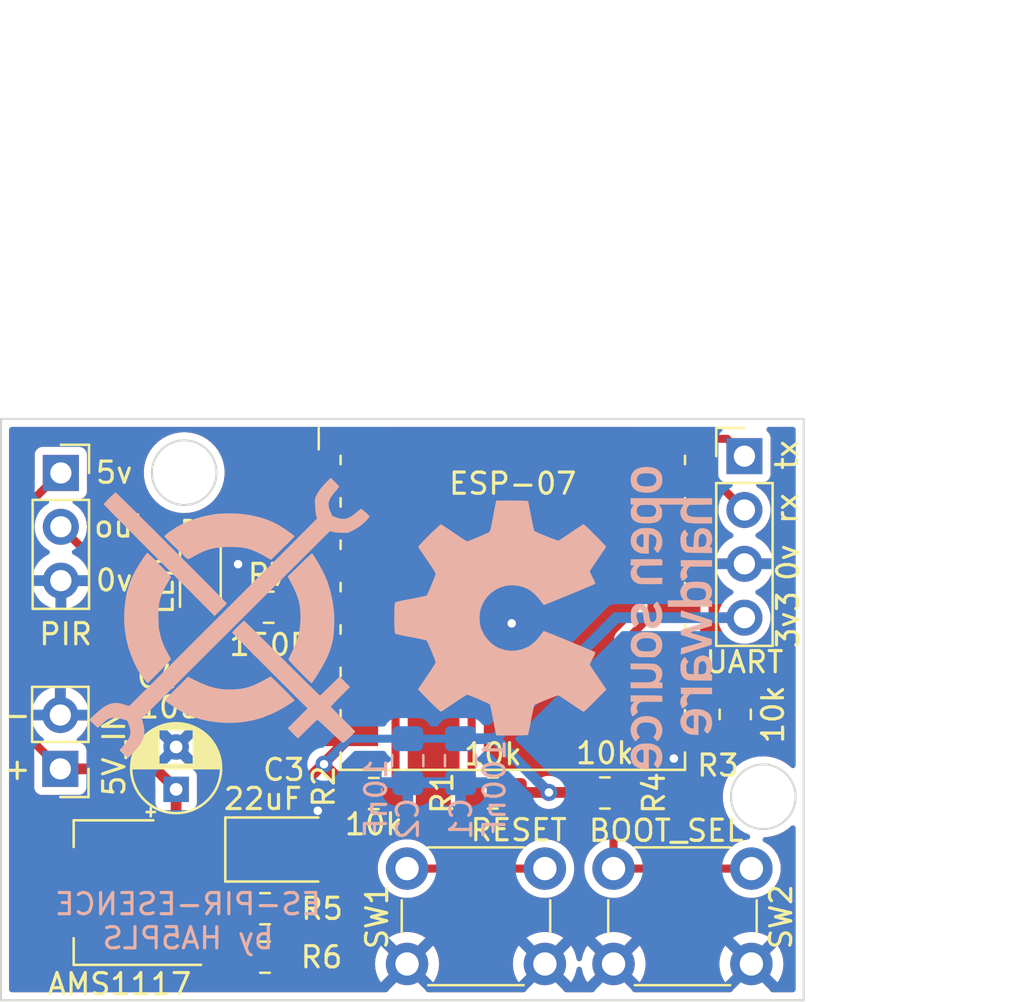
<source format=kicad_pcb>
(kicad_pcb (version 20211014) (generator pcbnew)
  (layers (0 "F.Cu" signal) (31 "B.Cu" signal) (34 "B.Paste" user) (35 "F.Paste" user) (36 "B.SilkS" user "B.Silkscreen") (37 "F.SilkS" user "F.Silkscreen") (38 "B.Mask" user) (39 "F.Mask" user) (44 "Edge.Cuts" user))
  (net 0 "")
  (net 1 "+3V3")
  (net 2 "GND")
  (net 3 "+5V")
  (net 4 "RX")
  (net 5 "TX")
  (net 6 "SENS_OUT")
  (net 7 "{slash}RST")
  (net 8 "Net-(R2-Pad2)")
  (net 9 "Net-(R3-Pad1)")
  (net 10 "BOOT")
  (net 11 "Net-(R5-Pad2)")
  (net 18 "LED")
  (net 19 "Net-(D1-Pad2)")
  (footprint "Resistor_SMD:R_0805_2012Metric_Pad1.20x1.40mm_HandSolder" (layer "F.Cu") (at 66.8274 59.309)
    (fp_text reference "R4" (at 2.3114 0 90) (layer "F.SilkS"))
    (fp_text value "10k" (at 0 -1.8796) (layer "F.SilkS"))
    (pad "1" smd roundrect (at -1 0) (size 1.2 1.4) (layers "F.Cu" "F.Paste" "F.Mask") (roundrect_rratio 0.2083333333) (net 1 "+3V3"))
    (pad "2" smd roundrect (at 1 0) (size 1.2 1.4) (layers "F.Cu" "F.Paste" "F.Mask") (roundrect_rratio 0.2083333333) (net 10 "BOOT"))
  )
  (footprint "Resistor_SMD:R_0805_2012Metric_Pad1.20x1.40mm_HandSolder" (layer "F.Cu") (at 50.8 64.77 180)
    (fp_text reference "R5" (at -2.6924 0) (layer "F.SilkS"))
    (fp_text value "?" hide)
    (pad "1" smd roundrect (at -1 0 180) (size 1.2 1.4) (layers "F.Cu" "F.Paste" "F.Mask") (roundrect_rratio 0.2083333333) (net 1 "+3V3"))
    (pad "2" smd roundrect (at 1 0 180) (size 1.2 1.4) (layers "F.Cu" "F.Paste" "F.Mask") (roundrect_rratio 0.2083333333) (net 11 "Net-(R5-Pad2)"))
  )
  (footprint "Resistor_SMD:R_0805_2012Metric_Pad1.20x1.40mm_HandSolder" (layer "F.Cu") (at 61.5442 59.309 180)
    (fp_text reference "R1" (at 2.3876 0 90) (layer "F.SilkS"))
    (fp_text value "10k" (at 0 1.8288) (layer "F.SilkS"))
    (pad "1" smd roundrect (at -1 0 180) (size 1.2 1.4) (layers "F.Cu" "F.Paste" "F.Mask") (roundrect_rratio 0.2083333333) (net 1 "+3V3"))
    (pad "2" smd roundrect (at 1 0 180) (size 1.2 1.4) (layers "F.Cu" "F.Paste" "F.Mask") (roundrect_rratio 0.2083333333) (net 7 "{slash}RST"))
  )
  (footprint "Capacitor_THT:CP_Radial_D4.0mm_P2.00mm" (layer "F.Cu") (at 46.609 59.1386 90)
    (fp_text reference "C4" (at 5.2906 -0.8636) (layer "F.SilkS"))
    (fp_text value "10uF" (at 3.8682 0.0762) (layer "F.SilkS"))
    (pad "1" thru_hole rect (at 0 0 90) (size 1.2 1.2) (drill 0.6) (layers *.Cu *.Mask) (net 3 "+5V"))
    (pad "2" thru_hole circle (at 2 0 90) (size 1.2 1.2) (drill 0.6) (layers *.Cu *.Mask) (net 2 "GND"))
  )
  (footprint "Connector_PinHeader_2.54mm:PinHeader_1x04_P2.54mm_Vertical" (layer "F.Cu") (at 73.406 43.4186)
    (fp_text reference "J1" hide)
    (fp_text value "UART" (at 0 9.7182) (layer "F.SilkS"))
    (pad "1" thru_hole rect (at 0 0) (size 1.7 1.7) (drill 1) (layers *.Cu *.Mask) (net 5 "TX"))
    (pad "2" thru_hole oval (at 0 2.54) (size 1.7 1.7) (drill 1) (layers *.Cu *.Mask) (net 4 "RX"))
    (pad "3" thru_hole oval (at 0 5.08) (size 1.7 1.7) (drill 1) (layers *.Cu *.Mask) (net 2 "GND"))
    (pad "4" thru_hole oval (at 0 7.62) (size 1.7 1.7) (drill 1) (layers *.Cu *.Mask) (net 1 "+3V3"))
  )
  (footprint "LED_SMD:LED_0805_2012Metric_Pad1.15x1.40mm_HandSolder" (layer "F.Cu") (at 47.752 49.53 -90)
    (fp_text reference "D1" (at -2.54 0) (layer "F.SilkS"))
    (fp_text value "LED" (at 0 1.778 90) (layer "F.SilkS"))
    (pad "1" smd roundrect (at -1.025 0 270) (size 1.15 1.4) (layers "F.Cu" "F.Paste" "F.Mask") (roundrect_rratio 0.2173913043) (net 2 "GND"))
    (pad "2" smd roundrect (at 1.024992 0 270) (size 1.15 1.4) (layers "F.Cu" "F.Paste" "F.Mask") (roundrect_rratio 0.2173913043) (net 19 "Net-(D1-Pad2)"))
  )
  (footprint "RF_Module:ESP-07" (layer "F.Cu") (at 62.484 47.498)
    (fp_text reference "U1" hide)
    (fp_text value "ESP-07" (at 0 -2.785008 180) (layer "F.SilkS"))
    (pad "1" smd rect (at -7.6 -4.9) (size 2.5 1) (layers "F.Cu" "F.Paste" "F.Mask") (net 7 "{slash}RST"))
    (pad "2" smd rect (at -7.6 -2.9) (size 2.5 1) (layers "F.Cu" "F.Paste" "F.Mask"))
    (pad "3" smd rect (at -7.6 -0.9) (size 2.5 1) (layers "F.Cu" "F.Paste" "F.Mask") (net 8 "Net-(R2-Pad2)"))
    (pad "4" smd rect (at -7.6 1.1) (size 2.5 1) (layers "F.Cu" "F.Paste" "F.Mask"))
    (pad "5" smd rect (at -7.6 3.1) (size 2.5 1) (layers "F.Cu" "F.Paste" "F.Mask") (net 18 "LED"))
    (pad "6" smd rect (at -7.6 5.1) (size 2.5 1) (layers "F.Cu" "F.Paste" "F.Mask") (net 6 "SENS_OUT"))
    (pad "7" smd rect (at -7.6 7.1) (size 2.5 1) (layers "F.Cu" "F.Paste" "F.Mask"))
    (pad "8" smd rect (at -7.6 9.1) (size 2.5 1) (layers "F.Cu" "F.Paste" "F.Mask") (net 1 "+3V3"))
    (pad "9" smd rect (at 7.6 9.1) (size 2.5 1) (layers "F.Cu" "F.Paste" "F.Mask") (net 2 "GND"))
    (pad "10" smd rect (at 7.6 7.1) (size 2.5 1) (layers "F.Cu" "F.Paste" "F.Mask") (net 9 "Net-(R3-Pad1)"))
    (pad "11" smd rect (at 7.6 5.1) (size 2.5 1) (layers "F.Cu" "F.Paste" "F.Mask"))
    (pad "12" smd rect (at 7.6 3.1) (size 2.5 1) (layers "F.Cu" "F.Paste" "F.Mask") (net 10 "BOOT"))
    (pad "13" smd rect (at 7.6 1.1) (size 2.5 1) (layers "F.Cu" "F.Paste" "F.Mask"))
    (pad "14" smd rect (at 7.6 -0.9) (size 2.5 1) (layers "F.Cu" "F.Paste" "F.Mask"))
    (pad "15" smd rect (at 7.6 -2.9) (size 2.5 1) (layers "F.Cu" "F.Paste" "F.Mask") (net 4 "RX"))
    (pad "16" smd rect (at 7.6 -4.9) (size 2.5 1) (layers "F.Cu" "F.Paste" "F.Mask") (net 5 "TX"))
    (zone (net 0) (net_name "") (layers *.Cu) (connect_pads (clearance 0)) (min_thickness 0.254)
      (keepout (tracks not_allowed) (vias not_allowed) (pads not_allowed) (copperpour not_allowed) (footprints not_allowed))
      (fill (thermal_gap 0.508) (thermal_bridge_width 0.508))
      (polygon (pts (xy 39.484 41.498) (xy 85.484 41.498) (xy 85.484 21.898) (xy 39.484 21.898)))
    )
  )
  (footprint "Button_Switch_THT:SW_PUSH_6mm" (layer "F.Cu") (at 67.235 62.8756)
    (fp_text reference "SW2" (at 7.8982 2.2754 90) (layer "F.SilkS"))
    (fp_text value "BOOT_SEL" (at 2.488 -1.7886) (layer "F.SilkS"))
    (pad "1" thru_hole circle (at 0 0 90) (size 2 2) (drill 1.1) (layers *.Cu *.Mask) (net 10 "BOOT"))
    (pad "1" thru_hole circle (at 6.5 0 90) (size 2 2) (drill 1.1) (layers *.Cu *.Mask) (net 10 "BOOT"))
    (pad "2" thru_hole circle (at 6.5 4.5 90) (size 2 2) (drill 1.1) (layers *.Cu *.Mask) (net 2 "GND"))
    (pad "2" thru_hole circle (at 0 4.5 90) (size 2 2) (drill 1.1) (layers *.Cu *.Mask) (net 2 "GND"))
  )
  (footprint "Capacitor_Tantalum_SMD:CP_EIA-3528-21_Kemet-B_Pad1.50x2.35mm_HandSolder" (layer "F.Cu") (at 51.562 61.976)
    (fp_text reference "C3" (at 0.127 -3.7592) (layer "F.SilkS"))
    (fp_text value "22uF" (at -0.8636 -2.3876) (layer "F.SilkS"))
    (pad "1" smd roundrect (at -1.625 0) (size 1.5 2.35) (layers "F.Cu" "F.Paste" "F.Mask") (roundrect_rratio 0.1666673333) (net 1 "+3V3"))
    (pad "2" smd roundrect (at 1.625 0) (size 1.5 2.35) (layers "F.Cu" "F.Paste" "F.Mask") (roundrect_rratio 0.1666673333) (net 2 "GND"))
  )
  (footprint "Button_Switch_THT:SW_PUSH_6mm" (layer "F.Cu") (at 57.4978 62.8756)
    (fp_text reference "SW1" (at -1.4146 2.2754 90) (layer "F.SilkS"))
    (fp_text value "RESET" (at 5.2656 -1.814) (layer "F.SilkS"))
    (pad "1" thru_hole circle (at 0 0 90) (size 2 2) (drill 1.1) (layers *.Cu *.Mask) (net 7 "{slash}RST"))
    (pad "1" thru_hole circle (at 6.5 0 90) (size 2 2) (drill 1.1) (layers *.Cu *.Mask) (net 7 "{slash}RST"))
    (pad "2" thru_hole circle (at 6.5 4.5 90) (size 2 2) (drill 1.1) (layers *.Cu *.Mask) (net 2 "GND"))
    (pad "2" thru_hole circle (at 0 4.5 90) (size 2 2) (drill 1.1) (layers *.Cu *.Mask) (net 2 "GND"))
  )
  (footprint "Connector_PinSocket_2.54mm:PinSocket_1x03_P2.54mm_Vertical" (layer "F.Cu") (at 41.173 44.211)
    (fp_text reference "J3" hide)
    (fp_text value "PIR" (at 0.229 7.605 180) (layer "F.SilkS"))
    (pad "1" thru_hole rect (at 0 0) (size 1.7 1.7) (drill 1) (layers *.Cu *.Mask) (net 3 "+5V"))
    (pad "2" thru_hole oval (at 0 2.54) (size 1.7 1.7) (drill 1) (layers *.Cu *.Mask) (net 6 "SENS_OUT"))
    (pad "3" thru_hole oval (at 0 5.08) (size 1.7 1.7) (drill 1) (layers *.Cu *.Mask) (net 2 "GND"))
  )
  (footprint "Resistor_SMD:R_0805_2012Metric_Pad1.20x1.40mm_HandSolder" (layer "F.Cu") (at 72.9742 55.6006 -90)
    (fp_text reference "R3" (at 2.413 0.8128 180) (layer "F.SilkS"))
    (fp_text value "10k" (at 0 -1.778 90) (layer "F.SilkS"))
    (pad "1" smd roundrect (at -1 0 270) (size 1.2 1.4) (layers "F.Cu" "F.Paste" "F.Mask") (roundrect_rratio 0.2083333333) (net 9 "Net-(R3-Pad1)"))
    (pad "2" smd roundrect (at 1 0 270) (size 1.2 1.4) (layers "F.Cu" "F.Paste" "F.Mask") (roundrect_rratio 0.2083333333) (net 2 "GND"))
  )
  (footprint "Resistor_SMD:R_0805_2012Metric_Pad1.20x1.40mm_HandSolder" (layer "F.Cu") (at 55.9308 59.3344)
    (fp_text reference "R2" (at -2.3622 -0.3302 90) (layer "F.SilkS"))
    (fp_text value "10k" (at 0 1.4478) (layer "F.SilkS"))
    (pad "1" smd roundrect (at -1 0) (size 1.2 1.4) (layers "F.Cu" "F.Paste" "F.Mask") (roundrect_rratio 0.2083333333) (net 1 "+3V3"))
    (pad "2" smd roundrect (at 1 0) (size 1.2 1.4) (layers "F.Cu" "F.Paste" "F.Mask") (roundrect_rratio 0.2083333333) (net 8 "Net-(R2-Pad2)"))
  )
  (footprint "Package_TO_SOT_SMD:SOT-223-3_TabPin2" (layer "F.Cu") (at 43.688 64.008 180)
    (fp_text reference "U2" hide)
    (fp_text value "AMS1117" (at -0.254 -4.318) (layer "F.SilkS"))
    (pad "1" smd rect (at -3.15 -2.3 180) (size 2 1.5) (layers "F.Cu" "F.Paste" "F.Mask") (net 11 "Net-(R5-Pad2)"))
    (pad "2" smd rect (at -3.15 0 180) (size 2 1.5) (layers "F.Cu" "F.Paste" "F.Mask") (net 1 "+3V3"))
    (pad "2" smd rect (at 3.15 0 180) (size 2 3.8) (layers "F.Cu" "F.Paste" "F.Mask") (net 1 "+3V3"))
    (pad "3" smd rect (at -3.15 2.3 180) (size 2 1.5) (layers "F.Cu" "F.Paste" "F.Mask") (net 3 "+5V"))
  )
  (footprint "Resistor_SMD:R_0805_2012Metric_Pad1.20x1.40mm_HandSolder" (layer "F.Cu") (at 50.8 67.056)
    (fp_text reference "R6" (at 2.667 0) (layer "F.SilkS"))
    (fp_text value "?" hide)
    (pad "1" smd roundrect (at -1 0) (size 1.2 1.4) (layers "F.Cu" "F.Paste" "F.Mask") (roundrect_rratio 0.2083333333) (net 11 "Net-(R5-Pad2)"))
    (pad "2" smd roundrect (at 1 0) (size 1.2 1.4) (layers "F.Cu" "F.Paste" "F.Mask") (roundrect_rratio 0.2083333333) (net 2 "GND"))
  )
  (footprint "Resistor_SMD:R_0805_2012Metric_Pad1.20x1.40mm_HandSolder" (layer "F.Cu") (at 50.973 50.546 180)
    (fp_text reference "R7" (at 0 1.524) (layer "F.SilkS"))
    (fp_text value "150R" (at -0.081 -1.778) (layer "F.SilkS"))
    (pad "1" smd roundrect (at -1 0 180) (size 1.2 1.4) (layers "F.Cu" "F.Paste" "F.Mask") (roundrect_rratio 0.2083333333) (net 18 "LED"))
    (pad "2" smd roundrect (at 0.999999 0 180) (size 1.2 1.4) (layers "F.Cu" "F.Paste" "F.Mask") (roundrect_rratio 0.2083333333) (net 19 "Net-(D1-Pad2)"))
  )
  (footprint "Connector_PinHeader_2.54mm:PinHeader_1x02_P2.54mm_Vertical" (layer "F.Cu") (at 41.148 58.171 180)
    (fp_text reference "J2" hide)
    (fp_text value "5V_IN" (at -2.54 0.767 90) (layer "F.SilkS"))
    (pad "1" thru_hole rect (at 0 0 180) (size 1.7 1.7) (drill 1) (layers *.Cu *.Mask) (net 3 "+5V"))
    (pad "2" thru_hole oval (at 0 2.54 180) (size 1.7 1.7) (drill 1) (layers *.Cu *.Mask) (net 2 "GND"))
  )
  (footprint "Capacitor_SMD:C_0805_2012Metric_Pad1.18x1.45mm_HandSolder" (layer "B.Cu") (at 60.0202 57.785 -90)
    (fp_text reference "C1" (at 2.7432 -0.0254 90) (layer "B.SilkS") (effects (justify mirror)))
    (fp_text value "100nF" (at 1.3208 -1.6002 90) (layer "B.SilkS") (effects (justify mirror)))
    (pad "1" smd roundrect (at -1.0375 0 270) (size 1.175 1.45) (layers "B.Cu" "B.Paste" "B.Mask") (roundrect_rratio 0.2127659574) (net 1 "+3V3"))
    (pad "2" smd roundrect (at 1.0375 0 270) (size 1.175 1.45) (layers "B.Cu" "B.Paste" "B.Mask") (roundrect_rratio 0.2127659574) (net 2 "GND"))
  )
  (footprint "LOGO" (layer "B.Cu") (at 49.1236 51.054 -90)
    (fp_text reference "G***" hide)
    (fp_text value "LOGO" hide)
  )
  (footprint "LOGO" (layer "B.Cu") (at 64.389 51.054 -90)
    (fp_text reference "G***" hide)
    (fp_text value "LOGO" hide)
  )
  (footprint "Capacitor_SMD:C_0805_2012Metric_Pad1.18x1.45mm_HandSolder" (layer "B.Cu") (at 57.531 57.785 -90)
    (fp_text reference "C2" (at 2.7432 0 90) (layer "B.SilkS") (effects (justify mirror)))
    (fp_text value "10nF" (at 1.7526 1.4986 90) (layer "B.SilkS") (effects (justify mirror)))
    (pad "1" smd roundrect (at -1.0375 0 270) (size 1.175 1.45) (layers "B.Cu" "B.Paste" "B.Mask") (roundrect_rratio 0.2127659574) (net 1 "+3V3"))
    (pad "2" smd roundrect (at 1.0375 0 270) (size 1.175 1.45) (layers "B.Cu" "B.Paste" "B.Mask") (roundrect_rratio 0.2127659574) (net 2 "GND"))
  )
  (gr_circle (center 46.99 44.196) (end 48.514 44.196) (layer "Edge.Cuts") (width 0.1) (fill none))
  (gr_line (start 76.2 69.088) (end 38.354 69.088) (layer "Edge.Cuts") (width 0.1))
  (gr_circle (center 74.295 59.4868) (end 75.819 59.4868) (layer "Edge.Cuts") (width 0.1) (fill none))
  (gr_line (start 38.354 41.656) (end 76.2 41.656) (layer "Edge.Cuts") (width 0.1))
  (gr_line (start 76.2 41.656) (end 76.2 69.088) (layer "Edge.Cuts") (width 0.1))
  (gr_line (start 38.354 69.088) (end 38.354 41.656) (layer "Edge.Cuts") (width 0.1))
  (gr_text "ES-PIR-ESENCE\nby HA5PLS" (at 47.1678 65.3542) (layer "B.SilkS") (effects (font (size 1 1)) (justify mirror)))
  (gr_text "tx" (at 75.4126 43.3578 90) (layer "F.SilkS") (effects (font (size 1 1))))
  (gr_text "rx" (at 75.4126 45.887792 90) (layer "F.SilkS") (effects (font (size 1 1))))
  (gr_text "+" (at 39.116 58.166) (layer "F.SilkS") (effects (font (size 1 1))))
  (gr_text "0v" (at 75.4634 48.4378 90) (layer "F.SilkS") (effects (font (size 1 1))))
  (gr_text "5v" (at 43.688 44.196) (layer "F.SilkS") (effects (font (size 1 1))))
  (gr_text "out" (at 43.942 46.736) (layer "F.SilkS") (effects (font (size 1 1))))
  (gr_text "3v3" (at 75.4634 51.1302 90) (layer "F.SilkS") (effects (font (size 1 1))))
  (gr_text "0v" (at 43.688 49.276) (layer "F.SilkS") (effects (font (size 1 1))))
  (gr_text "-" (at 39.116 55.626) (layer "F.SilkS") (effects (font (size 1 1))))
  (segment (start 64.1858 59.2836) (end 65.8274 59.2836) (width 0.508) (layer "F.Cu") (net 1))
  (segment (start 62.5442 59.2836) (end 64.1858 59.2836) (width 0.508) (layer "F.Cu") (net 1))
  (segment (start 49.937 61.976) (end 47.905 64.008) (width 0.508) (layer "F.Cu") (net 1))
  (segment (start 49.937 61.545) (end 53.5566 57.9254) (width 0.508) (layer "F.Cu") (net 1))
  (segment (start 47.905 64.008) (end 46.838 64.008) (width 0.508) (layer "F.Cu") (net 1))
  (segment (start 54.9402 59.309) (end 53.5813 57.9501) (width 0.508) (layer "F.Cu") (net 1))
  (segment (start 40.537994 64.008) (end 46.838006 64.008) (width 0.762) (layer "F.Cu") (net 1))
  (segment (start 49.937 62.907) (end 51.8 64.77) (width 0.508) (layer "F.Cu") (net 1))
  (segment (start 49.937 61.976) (end 49.937 62.907) (width 0.508) (layer "F.Cu") (net 1))
  (segment (start 53.5813 57.9501) (end 53.556611 57.925411) (width 0.508) (layer "F.Cu") (net 1))
  (segment (start 53.5566 57.9254) (end 54.884 56.598) (width 0.508) (layer "F.Cu") (net 1))
  (segment (start 49.937 61.976) (end 49.937 61.545) (width 0.508) (layer "F.Cu") (net 1))
  (via (at 53.5813 57.9501) (size 0.8) (drill 0.4) (layers "F.Cu" "B.Cu") (net 1))
  (via (at 64.1858 59.2836) (size 0.8) (drill 0.4) (layers "F.Cu" "B.Cu") (net 1))
  (segment (start 57.531 56.7475) (end 60.0202 56.7475) (width 0.381) (layer "B.Cu") (net 1))
  (segment (start 57.531 56.7475) (end 54.7839 56.7475) (width 0.381) (layer "B.Cu") (net 1))
  (segment (start 54.7839 56.7475) (end 53.5813 57.9501) (width 0.381) (layer "B.Cu") (net 1))
  (segment (start 61.649712 56.747512) (end 64.1858 59.2836) (width 0.508) (layer "B.Cu") (net 1))
  (segment (start 67.35859 51.038608) (end 61.649712 56.747512) (width 0.508) (layer "B.Cu") (net 1))
  (segment (start 73.406 51.038608) (end 67.35859 51.038608) (width 0.508) (layer "B.Cu") (net 1))
  (segment (start 60.0202 56.747512) (end 61.649712 56.747512) (width 0.508) (layer "B.Cu") (net 1))
  (via (at 53.2892 60.1472) (size 0.8) (drill 0.4) (layers "F.Cu" "B.Cu") (net 2))
  (via (at 49.53 48.514) (size 0.8) (drill 0.4) (layers "F.Cu" "B.Cu") (net 2))
  (via (at 70.0786 57.6834) (size 0.8) (drill 0.4) (layers "F.Cu" "B.Cu") (net 2))
  (via (at 62.4332 51.308) (size 0.8) (drill 0.4) (layers "F.Cu" "B.Cu") (net 2))
  (segment (start 39.624 56.647004) (end 41.148 58.171004) (width 0.381) (layer "F.Cu") (net 3))
  (segment (start 46.609 59.138591) (end 46.609 61.478998) (width 0.508) (layer "F.Cu") (net 3))
  (segment (start 41.132989 44.211011) (end 39.624 45.72) (width 0.381) (layer "F.Cu") (net 3))
  (segment (start 41.173 44.211) (end 41.133 44.211) (width 0.25) (layer "F.Cu") (net 3))
  (segment (start 46.736 61.606) (end 46.838 61.708) (width 0.508) (layer "F.Cu") (net 3))
  (segment (start 46.609 61.478998) (end 46.838006 61.708005) (width 0.508) (layer "F.Cu") (net 3))
  (segment (start 45.641412 58.171004) (end 46.609 59.138591) (width 0.508) (layer "F.Cu") (net 3))
  (segment (start 39.624 45.72) (end 39.624 56.647004) (width 0.381) (layer "F.Cu") (net 3))
  (segment (start 41.148 58.171004) (end 45.641412 58.171004) (width 0.508) (layer "F.Cu") (net 3))
  (segment (start 70.084 44.598) (end 72.0454 44.598) (width 0.381) (layer "F.Cu") (net 4))
  (segment (start 72.0454 44.598) (end 73.406 45.9586) (width 0.381) (layer "F.Cu") (net 4))
  (segment (start 70.084 42.598) (end 72.5854 42.598) (width 0.381) (layer "F.Cu") (net 5))
  (segment (start 72.5854 42.598) (end 73.406 43.4186) (width 0.381) (layer "F.Cu") (net 5))
  (segment (start 47.019997 52.59799) (end 41.172994 46.751011) (width 0.381) (layer "F.Cu") (net 6))
  (segment (start 54.88399 52.59799) (end 47.019997 52.59799) (width 0.381) (layer "F.Cu") (net 6))
  (segment (start 60.5442 47.5082) (end 60.5442 59.2836) (width 0.381) (layer "F.Cu") (net 7))
  (segment (start 55.634 42.598) (end 60.5442 47.5082) (width 0.381) (layer "F.Cu") (net 7))
  (segment (start 57.4978 62.8756) (end 60.4922 62.8756) (width 0.381) (layer "F.Cu") (net 7))
  (segment (start 60.4922 62.8756) (end 63.9978 62.8756) (width 0.381) (layer "F.Cu") (net 7))
  (segment (start 54.884 42.598) (end 55.634 42.598) (width 0.381) (layer "F.Cu") (net 7))
  (segment (start 60.5442 62.8236) (end 60.4922 62.8756) (width 0.381) (layer "F.Cu") (net 7))
  (segment (start 60.5442 59.2836) (end 60.5442 62.8236) (width 0.381) (layer "F.Cu") (net 7))
  (segment (start 54.884 46.598) (end 55.634 46.598) (width 0.381) (layer "F.Cu") (net 8))
  (segment (start 56.9562 47.9202) (end 56.9562 59.309) (width 0.381) (layer "F.Cu") (net 8))
  (segment (start 55.634 46.598) (end 56.9562 47.9202) (width 0.381) (layer "F.Cu") (net 8))
  (segment (start 70.084 54.598) (end 72.9716 54.598) (width 0.381) (layer "F.Cu") (net 9))
  (segment (start 72.9716 54.598) (end 72.9742 54.6006) (width 0.381) (layer "F.Cu") (net 9))
  (segment (start 67.235 62.8756) (end 73.735 62.8756) (width 0.381) (layer "F.Cu") (net 10))
  (segment (start 67.8274 52.1046) (end 69.334 50.598) (width 0.381) (layer "F.Cu") (net 10))
  (segment (start 67.8274 59.2836) (end 67.8274 52.1046) (width 0.381) (layer "F.Cu") (net 10))
  (segment (start 69.334 50.598) (end 70.084 50.598) (width 0.381) (layer "F.Cu") (net 10))
  (segment (start 67.235 59.876) (end 67.235 62.8756) (width 0.381) (layer "F.Cu") (net 10))
  (segment (start 67.8274 59.2836) (end 67.235 59.876) (width 0.381) (layer "F.Cu") (net 10))
  (segment (start 49.798 66.308) (end 49.8 66.31) (width 0.25) (layer "F.Cu") (net 11))
  (segment (start 49.800002 67.056) (end 49.800002 66.310002) (width 0.508) (layer "F.Cu") (net 11))
  (segment (start 49.800002 66.310002) (end 49.800002 64.77) (width 0.508) (layer "F.Cu") (net 11))
  (segment (start 46.838006 66.307995) (end 49.797995 66.307995) (width 0.508) (layer "F.Cu") (net 11))
  (segment (start 52.025 50.598) (end 51.973 50.546) (width 0.381) (layer "F.Cu") (net 18))
  (segment (start 54.884 50.598) (end 52.025 50.598) (width 0.381) (layer "F.Cu") (net 18))
  (segment (start 47.752 50.555) (end 49.964 50.555) (width 0.381) (layer "F.Cu") (net 19))
  (segment (start 49.964 50.555) (end 49.973 50.546) (width 0.381) (layer "F.Cu") (net 19))
  (zone (net 2) (net_name "GND") (layers F&B.Cu) (connect_pads (clearance 0.381)) (min_thickness 0.254) (fill yes (thermal_gap 0.508) (thermal_bridge_width 0.508))
    (polygon (pts (xy 86.614 69.088) (xy 38.354 69.088) (xy 38.354 41.656) (xy 86.614 41.656)))
  )
)
</source>
